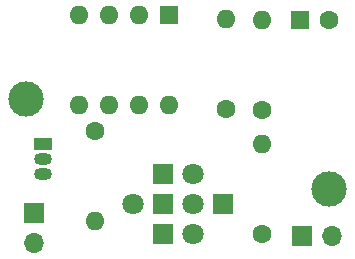
<source format=gbr>
%TF.GenerationSoftware,KiCad,Pcbnew,8.0.5*%
%TF.CreationDate,2025-07-29T10:24:45+02:00*%
%TF.ProjectId,LED_FADER,4c45445f-4641-4444-9552-2e6b69636164,rev?*%
%TF.SameCoordinates,Original*%
%TF.FileFunction,Soldermask,Top*%
%TF.FilePolarity,Negative*%
%FSLAX46Y46*%
G04 Gerber Fmt 4.6, Leading zero omitted, Abs format (unit mm)*
G04 Created by KiCad (PCBNEW 8.0.5) date 2025-07-29 10:24:45*
%MOMM*%
%LPD*%
G01*
G04 APERTURE LIST*
%ADD10R,1.500000X1.050000*%
%ADD11O,1.500000X1.050000*%
%ADD12C,1.600000*%
%ADD13O,1.600000X1.600000*%
%ADD14R,1.800000X1.800000*%
%ADD15C,1.800000*%
%ADD16R,1.600000X1.600000*%
%ADD17R,1.700000X1.700000*%
%ADD18O,1.700000X1.700000*%
%ADD19C,3.000000*%
G04 APERTURE END LIST*
D10*
%TO.C,U2*%
X125940000Y-89540000D03*
D11*
X125940000Y-90810000D03*
X125940000Y-92080000D03*
%TD*%
D12*
%TO.C,R3*%
X141510000Y-86630000D03*
D13*
X141510000Y-79010000D03*
%TD*%
D14*
%TO.C,D4*%
X141235000Y-94610000D03*
D15*
X138695000Y-94610000D03*
%TD*%
D12*
%TO.C,R1*%
X144550000Y-86660000D03*
D13*
X144550000Y-79040000D03*
%TD*%
D14*
%TO.C,D3*%
X136155000Y-94610000D03*
D15*
X133615000Y-94610000D03*
%TD*%
D16*
%TO.C,U1*%
X136680000Y-78670000D03*
D13*
X134140000Y-78670000D03*
X131600000Y-78670000D03*
X129060000Y-78670000D03*
X129060000Y-86290000D03*
X131600000Y-86290000D03*
X134140000Y-86290000D03*
X136680000Y-86290000D03*
%TD*%
D12*
%TO.C,R4*%
X130380000Y-88470000D03*
D13*
X130380000Y-96090000D03*
%TD*%
D16*
%TO.C,C1*%
X147720000Y-79090000D03*
D12*
X150220000Y-79090000D03*
%TD*%
D17*
%TO.C,J2*%
X147880000Y-97300000D03*
D18*
X150420000Y-97300000D03*
%TD*%
D14*
%TO.C,D1*%
X136155000Y-92070000D03*
D15*
X138695000Y-92070000D03*
%TD*%
D14*
%TO.C,D2*%
X136155000Y-97150000D03*
D15*
X138695000Y-97150000D03*
%TD*%
D12*
%TO.C,R2*%
X144510000Y-97180000D03*
D13*
X144510000Y-89560000D03*
%TD*%
D19*
%TO.C,REF\u002A\u002A*%
X150190000Y-93380000D03*
%TD*%
%TO.C,REF\u002A\u002A*%
X124550000Y-85760000D03*
%TD*%
D17*
%TO.C,J3*%
X125200000Y-95375000D03*
D18*
X125200000Y-97915000D03*
%TD*%
M02*

</source>
